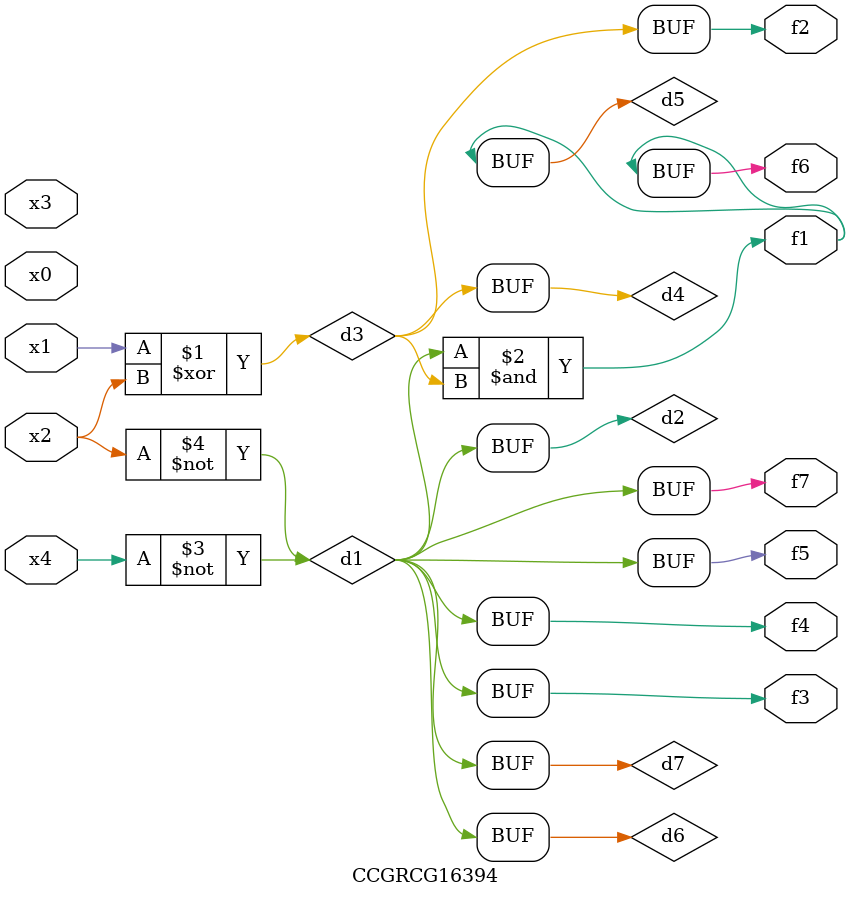
<source format=v>
module CCGRCG16394(
	input x0, x1, x2, x3, x4,
	output f1, f2, f3, f4, f5, f6, f7
);

	wire d1, d2, d3, d4, d5, d6, d7;

	not (d1, x4);
	not (d2, x2);
	xor (d3, x1, x2);
	buf (d4, d3);
	and (d5, d1, d3);
	buf (d6, d1, d2);
	buf (d7, d2);
	assign f1 = d5;
	assign f2 = d4;
	assign f3 = d7;
	assign f4 = d7;
	assign f5 = d7;
	assign f6 = d5;
	assign f7 = d7;
endmodule

</source>
